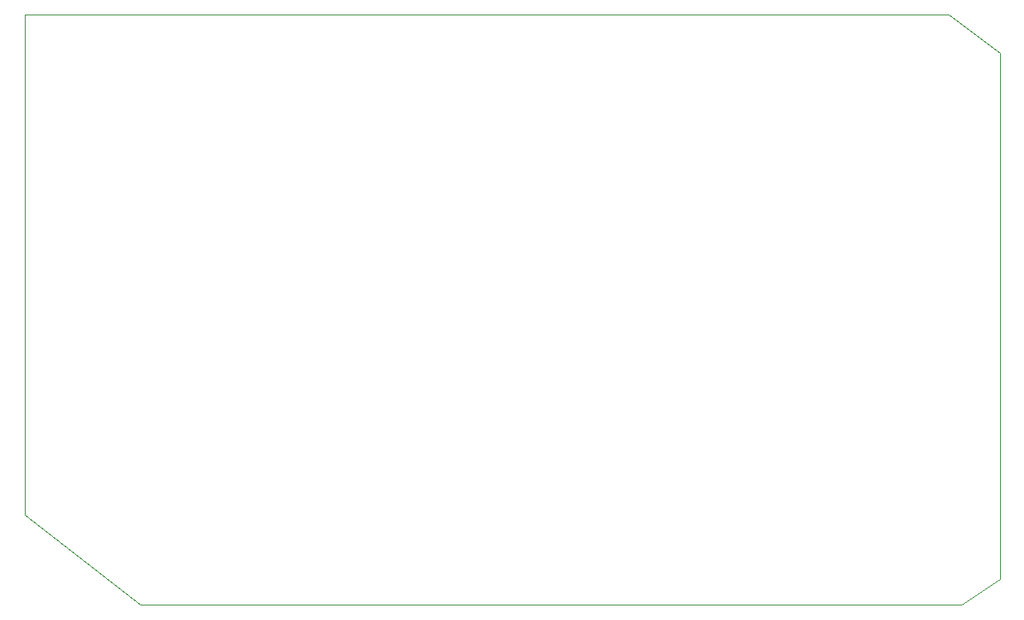
<source format=gbr>
G04 #@! TF.GenerationSoftware,KiCad,Pcbnew,(5.1.0)-1*
G04 #@! TF.CreationDate,2019-07-09T21:44:28+02:00*
G04 #@! TF.ProjectId,PP,50502e6b-6963-4616-945f-706362585858,rev?*
G04 #@! TF.SameCoordinates,Original*
G04 #@! TF.FileFunction,Profile,NP*
%FSLAX46Y46*%
G04 Gerber Fmt 4.6, Leading zero omitted, Abs format (unit mm)*
G04 Created by KiCad (PCBNEW (5.1.0)-1) date 2019-07-09 21:44:28*
%MOMM*%
%LPD*%
G04 APERTURE LIST*
%ADD10C,0.050000*%
G04 APERTURE END LIST*
D10*
X40640000Y-69850000D02*
X40640000Y-20320000D01*
X52070000Y-78740000D02*
X40640000Y-69850000D01*
X133350000Y-78740000D02*
X52070000Y-78740000D01*
X137160000Y-76200000D02*
X133350000Y-78740000D01*
X137160000Y-24130000D02*
X137160000Y-76200000D01*
X132080000Y-20320000D02*
X137160000Y-24130000D01*
X40640000Y-20320000D02*
X132080000Y-20320000D01*
M02*

</source>
